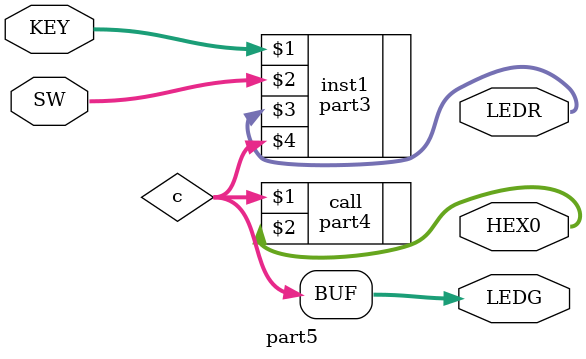
<source format=v>
module part5(input [2:0]KEY, input [17:0]SW, output [17:0]LEDR, output [2:0]LEDG, output [6:0]HEX0);

	wire [2:0]c;
	
	part3 inst1(KEY, SW, LEDR, c);
	part4 call(c, HEX0);
	
	assign LEDG = c;
	
endmodule

</source>
